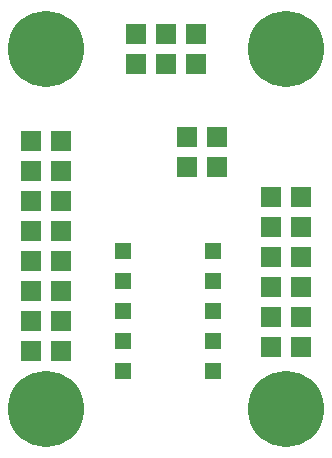
<source format=gbr>
G75*
G70*
%OFA0B0*%
%FSLAX24Y24*%
%IPPOS*%
%LPD*%
%AMOC8*
5,1,8,0,0,1.08239X$1,22.5*
%
%ADD10R,0.0554X0.0554*%
%ADD11R,0.0650X0.0650*%
%ADD12C,0.2540*%
D10*
X004743Y004555D03*
X004743Y005555D03*
X004743Y006555D03*
X004743Y007555D03*
X004743Y008555D03*
X007743Y008555D03*
X007743Y007555D03*
X007743Y006555D03*
X007743Y005555D03*
X007743Y004555D03*
D11*
X009680Y005368D03*
X009680Y006368D03*
X009680Y007368D03*
X009680Y008368D03*
X009680Y009368D03*
X009680Y010368D03*
X010680Y010368D03*
X010680Y009368D03*
X010680Y008368D03*
X010680Y007368D03*
X010680Y006368D03*
X010680Y005368D03*
X007868Y011368D03*
X007868Y012368D03*
X006868Y012368D03*
X006868Y011368D03*
X007180Y014805D03*
X007180Y015805D03*
X006180Y015805D03*
X006180Y014805D03*
X005180Y014805D03*
X005180Y015805D03*
X002680Y012243D03*
X002680Y011243D03*
X002680Y010243D03*
X002680Y009243D03*
X002680Y008243D03*
X002680Y007243D03*
X002680Y006243D03*
X002680Y005243D03*
X001680Y005243D03*
X001680Y006243D03*
X001680Y007243D03*
X001680Y008243D03*
X001680Y009243D03*
X001680Y010243D03*
X001680Y011243D03*
X001680Y012243D03*
D12*
X002180Y003305D03*
X002180Y015305D03*
X010180Y015305D03*
X010180Y003305D03*
M02*

</source>
